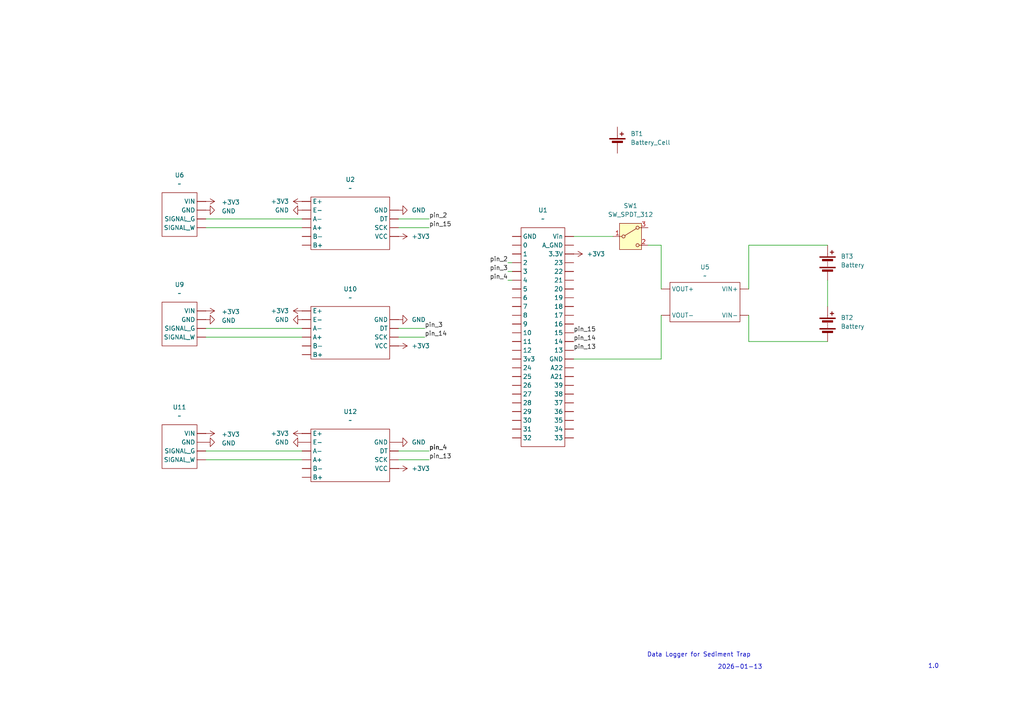
<source format=kicad_sch>
(kicad_sch (version 20250114) (generator "eeschema") (generator_version "9.0")
  (paper "A4")
  (lib_symbols
    (symbol "Device:Battery" (pin_numbers (hide yes)) (pin_names (offset 0) (hide yes))
      (property "Reference" "BT" (at 2.54 2.54 0))
      (property "Value" "Battery" (at 2.54 0 0))
      (symbol "Battery_0_1"
        (rectangle (start -2.286 1.778) (end 2.286 1.524) (fill (type outline)))
        (rectangle (start -2.286 -1.27) (end 2.286 -1.524) (fill (type outline)))
        (rectangle (start -1.524 1.016) (end 1.524 0.508) (fill (type outline)))
        (rectangle (start -1.524 -2.032) (end 1.524 -2.54) (fill (type outline)))
        (polyline (pts (xy 0 1.778) (xy 0 2.54)))
        (polyline (pts (xy 0 0) (xy 0 0.254)))
        (polyline (pts (xy 0 -0.508) (xy 0 -0.254)))
        (polyline (pts (xy 0 -1.016) (xy 0 -0.762)))
        (polyline (pts (xy 0.762 3.048) (xy 1.778 3.048)) (stroke (width 0.254)))
        (polyline (pts (xy 1.27 3.556) (xy 1.27 2.54)) (stroke (width 0.254)))
      )
      (symbol "Battery_1_1"
        (pin passive line (at 0 5.08 270) (length 2.54) (name "+") (number "1"))
        (pin passive line (at 0 -5.08 90) (length 2.54) (name "-") (number "2"))
      )
    )
    (symbol "Device:Battery_Cell" (pin_numbers (hide yes)) (pin_names (offset 0) (hide yes))
      (property "Reference" "BT" (at 2.54 2.54 0))
      (property "Value" "Battery_Cell" (at 2.54 0 0))
      (symbol "Battery_Cell_0_1"
        (rectangle (start -2.286 1.778) (end 2.286 1.524) (fill (type outline)))
        (rectangle (start -1.524 1.016) (end 1.524 0.508) (fill (type outline)))
        (polyline (pts (xy 0 1.778) (xy 0 2.54)))
        (polyline (pts (xy 0 0.762) (xy 0 0)))
        (polyline (pts (xy 0.762 3.048) (xy 1.778 3.048)) (stroke (width 0.254)))
        (polyline (pts (xy 1.27 3.556) (xy 1.27 2.54)) (stroke (width 0.254)))
      )
      (symbol "Battery_Cell_1_1"
        (pin passive line (at 0 5.08 270) (length 2.54) (name "+") (number "1"))
        (pin passive line (at 0 -2.54 90) (length 2.54) (name "-") (number "2"))
      )
    )
    (symbol "HX711_breakout_3"
      (property "Reference" "U" (at 0 0 0))
      (symbol "HX711_breakout_3_0_1"
        (rectangle (start -11.43 -1.27) (end 11.43 -16.51))
      )
      (symbol "HX711_breakout_3_1_1"
        (pin output line (at -13.97 -2.54 0) (length 2.54) (name "E+") (number ""))
        (pin output line (at -13.97 -5.08 0) (length 2.54) (name "E-") (number ""))
        (pin input line (at -13.97 -7.62 0) (length 2.54) (name "A-") (number ""))
        (pin input line (at -13.97 -10.16 0) (length 2.54) (name "A+") (number ""))
        (pin input line (at -13.97 -12.7 0) (length 2.54) (name "B-") (number ""))
        (pin input line (at -13.97 -15.24 0) (length 2.54) (name "B+") (number ""))
        (pin input line (at 13.97 -5.08 180) (length 2.54) (name "GND") (number ""))
        (pin output line (at 13.97 -7.62 180) (length 2.54) (name "DT") (number ""))
        (pin input line (at 13.97 -10.16 180) (length 2.54) (name "SCK") (number ""))
        (pin bidirectional line (at 13.97 -12.7 180) (length 2.54) (name "VCC") (number ""))
      )
    )
    (symbol "HX711_breakout_4"
      (property "Reference" "U" (at 0 0 0))
      (symbol "HX711_breakout_4_0_1"
        (rectangle (start -11.43 -1.27) (end 11.43 -16.51))
      )
      (symbol "HX711_breakout_4_1_1"
        (pin output line (at -13.97 -2.54 0) (length 2.54) (name "E+") (number ""))
        (pin output line (at -13.97 -5.08 0) (length 2.54) (name "E-") (number ""))
        (pin input line (at -13.97 -7.62 0) (length 2.54) (name "A-") (number ""))
        (pin input line (at -13.97 -10.16 0) (length 2.54) (name "A+") (number ""))
        (pin input line (at -13.97 -12.7 0) (length 2.54) (name "B-") (number ""))
        (pin input line (at -13.97 -15.24 0) (length 2.54) (name "B+") (number ""))
        (pin input line (at 13.97 -5.08 180) (length 2.54) (name "GND") (number ""))
        (pin output line (at 13.97 -7.62 180) (length 2.54) (name "DT") (number ""))
        (pin input line (at 13.97 -10.16 180) (length 2.54) (name "SCK") (number ""))
        (pin bidirectional line (at 13.97 -12.7 180) (length 2.54) (name "VCC") (number ""))
      )
    )
    (symbol "Switch:SW_SPDT_312" (pin_names (offset 1) (hide yes))
      (property "Reference" "SW" (at 0 5.08 0))
      (property "Value" "SW_SPDT_312" (at 0 -5.08 0))
      (symbol "SW_SPDT_312_0_1"
        (circle (center -2.032 0) (radius 0.4572))
        (polyline (pts (xy -1.651 0.254) (xy 1.651 2.286)))
        (circle (center 2.032 2.54) (radius 0.4572))
        (circle (center 2.032 -2.54) (radius 0.4572))
      )
      (symbol "SW_SPDT_312_1_1"
        (rectangle (start -3.175 3.81) (end 3.175 -3.81) (fill (type background)))
        (pin passive line (at -5.08 0 0) (length 2.54) (name "B") (number "1"))
        (pin passive line (at 5.08 2.54 180) (length 2.54) (name "A") (number "3"))
        (pin passive line (at 5.08 -2.54 180) (length 2.54) (name "C") (number "2"))
      )
    )
    (symbol "load_cell_hardy_3"
      (property "Reference" "U" (at 0 0 0))
      (symbol "load_cell_hardy_3_0_1"
        (rectangle (start -5.08 -1.27) (end 5.08 -13.97))
      )
      (symbol "load_cell_hardy_3_1_1"
        (pin input line (at 7.62 -3.81 180) (length 2.54) (name "VIN") (number ""))
        (pin input line (at 7.62 -6.35 180) (length 2.54) (name "GND") (number ""))
        (pin input line (at 7.62 -8.89 180) (length 2.54) (name "SIGNAL_G") (number ""))
        (pin input line (at 7.62 -11.43 180) (length 2.54) (name "SIGNAL_W") (number ""))
      )
    )
    (symbol "load_cell_hardy_4"
      (property "Reference" "U" (at 0 0 0))
      (symbol "load_cell_hardy_4_0_1"
        (rectangle (start -5.08 -1.27) (end 5.08 -13.97))
      )
      (symbol "load_cell_hardy_4_1_1"
        (pin input line (at 7.62 -3.81 180) (length 2.54) (name "VIN") (number ""))
        (pin input line (at 7.62 -6.35 180) (length 2.54) (name "GND") (number ""))
        (pin input line (at 7.62 -8.89 180) (length 2.54) (name "SIGNAL_G") (number ""))
        (pin input line (at 7.62 -11.43 180) (length 2.54) (name "SIGNAL_W") (number ""))
      )
    )
    (symbol "new_library:HX711_breakout"
      (property "Reference" "U" (at 0 0 0))
      (symbol "HX711_breakout_0_1"
        (rectangle (start -11.43 -1.27) (end 11.43 -16.51))
      )
      (symbol "HX711_breakout_1_1"
        (pin output line (at -13.97 -2.54 0) (length 2.54) (name "E+") (number ""))
        (pin output line (at -13.97 -5.08 0) (length 2.54) (name "E-") (number ""))
        (pin input line (at -13.97 -7.62 0) (length 2.54) (name "A-") (number ""))
        (pin input line (at -13.97 -10.16 0) (length 2.54) (name "A+") (number ""))
        (pin input line (at -13.97 -12.7 0) (length 2.54) (name "B-") (number ""))
        (pin input line (at -13.97 -15.24 0) (length 2.54) (name "B+") (number ""))
        (pin input line (at 13.97 -5.08 180) (length 2.54) (name "GND") (number ""))
        (pin output line (at 13.97 -7.62 180) (length 2.54) (name "DT") (number ""))
        (pin input line (at 13.97 -10.16 180) (length 2.54) (name "SCK") (number ""))
        (pin bidirectional line (at 13.97 -12.7 180) (length 2.54) (name "VCC") (number ""))
      )
    )
    (symbol "new_library:Teensy_35"
      (property "Reference" "U" (at 0 0 0))
      (symbol "Teensy_35_0_1"
        (rectangle (start -6.35 -3.81) (end 6.35 -67.31))
      )
      (symbol "Teensy_35_1_1"
        (pin input line (at -8.89 -6.35 0) (length 2.54) (name "GND") (number ""))
        (pin bidirectional line (at -8.89 -8.89 0) (length 2.54) (name "0") (number ""))
        (pin bidirectional line (at -8.89 -11.43 0) (length 2.54) (name "1") (number ""))
        (pin bidirectional line (at -8.89 -13.97 0) (length 2.54) (name "2") (number ""))
        (pin bidirectional line (at -8.89 -16.51 0) (length 2.54) (name "3") (number ""))
        (pin bidirectional line (at -8.89 -19.05 0) (length 2.54) (name "4") (number ""))
        (pin bidirectional line (at -8.89 -21.59 0) (length 2.54) (name "5") (number ""))
        (pin bidirectional line (at -8.89 -24.13 0) (length 2.54) (name "6") (number ""))
        (pin bidirectional line (at -8.89 -26.67 0) (length 2.54) (name "7") (number ""))
        (pin bidirectional line (at -8.89 -29.21 0) (length 2.54) (name "8") (number ""))
        (pin bidirectional line (at -8.89 -31.75 0) (length 2.54) (name "9") (number ""))
        (pin bidirectional line (at -8.89 -34.29 0) (length 2.54) (name "10") (number ""))
        (pin bidirectional line (at -8.89 -36.83 0) (length 2.54) (name "11") (number ""))
        (pin bidirectional line (at -8.89 -39.37 0) (length 2.54) (name "12") (number ""))
        (pin output line (at -8.89 -41.91 0) (length 2.54) (name "3v3") (number ""))
        (pin bidirectional line (at -8.89 -44.45 0) (length 2.54) (name "24") (number ""))
        (pin bidirectional line (at -8.89 -46.99 0) (length 2.54) (name "25") (number ""))
        (pin bidirectional line (at -8.89 -49.53 0) (length 2.54) (name "26") (number ""))
        (pin bidirectional line (at -8.89 -52.07 0) (length 2.54) (name "27") (number ""))
        (pin bidirectional line (at -8.89 -54.61 0) (length 2.54) (name "28") (number ""))
        (pin bidirectional line (at -8.89 -57.15 0) (length 2.54) (name "29") (number ""))
        (pin bidirectional line (at -8.89 -59.69 0) (length 2.54) (name "30") (number ""))
        (pin bidirectional line (at -8.89 -62.23 0) (length 2.54) (name "31") (number ""))
        (pin bidirectional line (at -8.89 -64.77 0) (length 2.54) (name "32") (number ""))
        (pin input line (at 8.89 -6.35 180) (length 2.54) (name "Vin") (number ""))
        (pin bidirectional line (at 8.89 -8.89 180) (length 2.54) (name "A_GND") (number ""))
        (pin bidirectional line (at 8.89 -11.43 180) (length 2.54) (name "3.3V") (number ""))
        (pin bidirectional line (at 8.89 -13.97 180) (length 2.54) (name "23") (number ""))
        (pin bidirectional line (at 8.89 -16.51 180) (length 2.54) (name "22") (number ""))
        (pin bidirectional line (at 8.89 -19.05 180) (length 2.54) (name "21") (number ""))
        (pin bidirectional line (at 8.89 -21.59 180) (length 2.54) (name "20") (number ""))
        (pin bidirectional line (at 8.89 -24.13 180) (length 2.54) (name "19") (number ""))
        (pin bidirectional line (at 8.89 -26.67 180) (length 2.54) (name "18") (number ""))
        (pin bidirectional line (at 8.89 -29.21 180) (length 2.54) (name "17") (number ""))
        (pin bidirectional line (at 8.89 -31.75 180) (length 2.54) (name "16") (number ""))
        (pin bidirectional line (at 8.89 -34.29 180) (length 2.54) (name "15") (number ""))
        (pin bidirectional line (at 8.89 -36.83 180) (length 2.54) (name "14") (number ""))
        (pin bidirectional line (at 8.89 -39.37 180) (length 2.54) (name "13") (number ""))
        (pin bidirectional line (at 8.89 -41.91 180) (length 2.54) (name "GND") (number ""))
        (pin bidirectional line (at 8.89 -44.45 180) (length 2.54) (name "A22") (number ""))
        (pin bidirectional line (at 8.89 -46.99 180) (length 2.54) (name "A21") (number ""))
        (pin bidirectional line (at 8.89 -49.53 180) (length 2.54) (name "39") (number ""))
        (pin bidirectional line (at 8.89 -52.07 180) (length 2.54) (name "38") (number ""))
        (pin bidirectional line (at 8.89 -54.61 180) (length 2.54) (name "37") (number ""))
        (pin bidirectional line (at 8.89 -57.15 180) (length 2.54) (name "36") (number ""))
        (pin bidirectional line (at 8.89 -59.69 180) (length 2.54) (name "35") (number ""))
        (pin bidirectional line (at 8.89 -62.23 180) (length 2.54) (name "34") (number ""))
        (pin bidirectional line (at 8.89 -64.77 180) (length 2.54) (name "33") (number ""))
      )
    )
    (symbol "new_library:generic_dcdc_boost"
      (property "Reference" "U" (at 0 0 0))
      (symbol "generic_dcdc_boost_0_1"
        (rectangle (start -10.16 -1.905) (end 10.16 -13.335))
      )
      (symbol "generic_dcdc_boost_1_1"
        (pin output line (at -12.7 -3.81 0) (length 2.54) (name "VOUT+") (number ""))
        (pin output line (at -12.7 -11.43 0) (length 2.54) (name "VOUT-") (number ""))
        (pin output line (at 12.7 -3.81 180) (length 2.54) (name "VIN+") (number ""))
        (pin output line (at 12.7 -11.43 180) (length 2.54) (name "VIN-") (number ""))
      )
    )
    (symbol "new_library:load_cell_hardy"
      (property "Reference" "U" (at 0 0 0))
      (symbol "load_cell_hardy_0_1"
        (rectangle (start -5.08 -1.27) (end 5.08 -13.97))
      )
      (symbol "load_cell_hardy_1_1"
        (pin input line (at 7.62 -3.81 180) (length 2.54) (name "VIN") (number ""))
        (pin input line (at 7.62 -6.35 180) (length 2.54) (name "GND") (number ""))
        (pin input line (at 7.62 -8.89 180) (length 2.54) (name "SIGNAL_G") (number ""))
        (pin input line (at 7.62 -11.43 180) (length 2.54) (name "SIGNAL_W") (number ""))
      )
    )
    (symbol "power:+3V3" (power) (pin_numbers (hide yes)) (pin_names (offset 0) (hide yes))
      (property "Value" "+3V3" (at 0 3.556 0))
      (symbol "+3V3_0_1"
        (polyline (pts (xy -0.762 1.27) (xy 0 2.54)))
        (polyline (pts (xy 0 2.54) (xy 0.762 1.27)))
        (polyline (pts (xy 0 0) (xy 0 2.54)))
      )
      (symbol "+3V3_1_1"
        (pin power_in line (at 0 0 90) (length 0) (name "~") (number "1"))
      )
    )
    (symbol "power:GND" (power) (pin_numbers (hide yes)) (pin_names (offset 0) (hide yes))
      (property "Value" "GND" (at 0 -3.81 0))
      (symbol "GND_0_1"
        (polyline (pts (xy 0 0) (xy 0 -1.27) (xy 1.27 -1.27) (xy 0 -2.54) (xy -1.27 -1.27) (xy 0 -1.27)))
      )
      (symbol "GND_1_1"
        (pin power_in line (at 0 0 270) (length 0) (name "~") (number "1"))
      )
    )
  )
  (text "Data Logger for Sediment Trap \n" (at 203.2 189.992 0) (effects (font (size 1.27 1.27))))
  (text "2026-01-13\n" (at 214.63 193.548 0) (effects (font (size 1.27 1.27))))
  (text "1.0\n" (at 270.764 193.294 0) (effects (font (size 1.27 1.27))))
  (wire (pts (xy 147.32 81.28) (xy 148.59 81.28)))
  (wire (pts (xy 240.03 71.12) (xy 217.17 71.12)))
  (wire (pts (xy 124.46 66.04) (xy 115.57 66.04)))
  (wire (pts (xy 124.46 133.35) (xy 115.57 133.35)))
  (wire (pts (xy 124.46 130.81) (xy 115.57 130.81)))
  (wire (pts (xy 147.32 78.74) (xy 148.59 78.74)))
  (wire (pts (xy 59.69 133.35) (xy 87.63 133.35)))
  (wire (pts (xy 217.17 71.12) (xy 217.17 83.82)))
  (wire (pts (xy 240.03 81.28) (xy 240.03 88.9)))
  (wire (pts (xy 124.46 63.5) (xy 115.57 63.5)))
  (wire (pts (xy 191.77 104.14) (xy 166.37 104.14)))
  (wire (pts (xy 123.19 97.79) (xy 115.57 97.79)))
  (wire (pts (xy 240.03 99.06) (xy 217.17 99.06)))
  (wire (pts (xy 59.69 130.81) (xy 87.63 130.81)))
  (wire (pts (xy 191.77 91.44) (xy 191.77 104.14)))
  (wire (pts (xy 59.69 95.25) (xy 87.63 95.25)))
  (wire (pts (xy 59.69 97.79) (xy 87.63 97.79)))
  (wire (pts (xy 166.37 68.58) (xy 177.8 68.58)))
  (wire (pts (xy 59.69 63.5) (xy 87.63 63.5)))
  (wire (pts (xy 123.19 95.25) (xy 115.57 95.25)))
  (wire (pts (xy 191.77 71.12) (xy 191.77 83.82)))
  (wire (pts (xy 59.69 66.04) (xy 87.63 66.04)))
  (wire (pts (xy 191.77 71.12) (xy 187.96 71.12)))
  (wire (pts (xy 147.32 76.2) (xy 148.59 76.2)))
  (wire (pts (xy 217.17 99.06) (xy 217.17 91.44)))
  (label "pin_13" (at 124.46 133.35 0))
  (label "pin_3" (at 123.19 95.25 0))
  (label "pin_4" (at 147.32 81.28 180))
  (label "pin_4" (at 124.46 130.81 0))
  (label "pin_2" (at 147.32 76.2 180))
  (label "pin_13" (at 166.37 101.6 0))
  (label "pin_15" (at 124.46 66.04 0))
  (label "pin_2" (at 124.46 63.5 0))
  (label "pin_3" (at 147.32 78.74 180))
  (label "pin_15" (at 166.37 96.52 0))
  (label "pin_14" (at 166.37 99.06 0))
  (label "pin_4" (at 124.46 130.81 0))
  (label "pin_14" (at 123.19 97.79 0))
  (symbol (lib_id "power:+3V3") (at 87.63 125.73 90) (unit 1)
    (property "Reference" "#PWR023" (effects (hide yes)))
    (property "Value" "+3V3" (at 83.82 125.7299 90) (effects (justify left)))
    (property "Description" "Power symbol creates a global label with name \"+3V3\"" (effects (hide yes)))
  )
  (symbol (lib_id "new_library:Teensy_35") (at 157.48 62.23 0) (unit 1)
    (property "Reference" "U1" (at 157.48 60.96 0))
    (property "Value" "~" (at 157.48 63.5 0))
  )
  (symbol (lib_id "power:GND") (at 59.69 60.96 90) (unit 1)
    (property "Reference" "#PWR014" (effects (hide yes)))
    (property "Value" "GND" (at 64.262 61.214 90) (effects (justify right)))
    (property "Description" "Power symbol creates a global label with name \"GND\" , ground" (effects (hide yes)))
  )
  (symbol (lib_id "new_library:HX711_breakout") (at 101.6 55.88 0) (unit 1)
    (property "Reference" "U2" (at 101.6 52.07 0))
    (property "Value" "~" (at 101.6 54.61 0))
  )
  (symbol (lib_id "new_library:load_cell_hardy") (at 52.07 54.61 0) (unit 1)
    (property "Reference" "U6" (at 52.07 50.8 0))
    (property "Value" "~" (at 52.07 53.34 0))
  )
  (symbol (lib_id "power:GND") (at 115.57 60.96 90) (unit 1)
    (property "Reference" "#PWR01" (effects (hide yes)))
    (property "Value" "GND" (at 119.38 60.9599 90) (effects (justify right)))
    (property "Description" "Power symbol creates a global label with name \"GND\" , ground" (effects (hide yes)))
  )
  (symbol (lib_id "power:GND") (at 59.69 128.27 90) (unit 1)
    (property "Reference" "#PWR022" (effects (hide yes)))
    (property "Value" "GND" (at 64.262 128.524 90) (effects (justify right)))
    (property "Description" "Power symbol creates a global label with name \"GND\" , ground" (effects (hide yes)))
  )
  (symbol (lib_id "power:GND") (at 115.57 128.27 90) (unit 1)
    (property "Reference" "#PWR025" (effects (hide yes)))
    (property "Value" "GND" (at 119.38 128.2699 90) (effects (justify right)))
    (property "Description" "Power symbol creates a global label with name \"GND\" , ground" (effects (hide yes)))
  )
  (symbol (lib_id "Device:Battery") (at 240.03 93.98 0) (unit 1)
    (property "Reference" "BT2" (at 243.84 92.1384 0) (effects (justify left)))
    (property "Value" "Battery" (at 243.84 94.6784 0) (effects (justify left)))
    (property "Description" "Multiple-cell battery" (effects (hide yes)))
  )
  (symbol (lib_id "power:+3V3") (at 87.63 58.42 90) (unit 1)
    (property "Reference" "#PWR04" (effects (hide yes)))
    (property "Value" "+3V3" (at 83.82 58.4199 90) (effects (justify left)))
    (property "Description" "Power symbol creates a global label with name \"+3V3\"" (effects (hide yes)))
  )
  (symbol (lib_id "power:GND") (at 87.63 92.71 270) (unit 1)
    (property "Reference" "#PWR018" (effects (hide yes)))
    (property "Value" "GND" (at 83.82 92.7099 90) (effects (justify right)))
    (property "Description" "Power symbol creates a global label with name \"GND\" , ground" (effects (hide yes)))
  )
  (symbol (lib_id "power:+3V3") (at 59.69 90.17 270) (unit 1)
    (property "Reference" "#PWR015" (effects (hide yes)))
    (property "Value" "+3V3" (at 64.262 90.424 90) (effects (justify left)))
    (property "Description" "Power symbol creates a global label with name \"+3V3\"" (effects (hide yes)))
  )
  (symbol (lib_id "power:GND") (at 59.69 92.71 90) (unit 1)
    (property "Reference" "#PWR016" (effects (hide yes)))
    (property "Value" "GND" (at 64.262 92.964 90) (effects (justify right)))
    (property "Description" "Power symbol creates a global label with name \"GND\" , ground" (effects (hide yes)))
  )
  (symbol (lib_name "HX711_breakout_4") (lib_id "new_library:HX711_breakout") (at 101.6 123.19 0) (unit 1)
    (property "Reference" "U12" (at 101.6 119.38 0))
    (property "Value" "~" (at 101.6 121.92 0))
  )
  (symbol (lib_id "power:+3V3") (at 166.37 73.66 270) (unit 1)
    (property "Reference" "#PWR02" (effects (hide yes)))
    (property "Value" "+3V3" (at 170.18 73.6599 90) (effects (justify left)))
    (property "Description" "Power symbol creates a global label with name \"+3V3\"" (effects (hide yes)))
  )
  (symbol (lib_id "power:+3V3") (at 115.57 100.33 270) (unit 1)
    (property "Reference" "#PWR020" (effects (hide yes)))
    (property "Value" "+3V3" (at 119.38 100.3299 90) (effects (justify left)))
    (property "Description" "Power symbol creates a global label with name \"+3V3\"" (effects (hide yes)))
  )
  (symbol (lib_id "new_library:generic_dcdc_boost") (at 204.47 80.01 0) (unit 1)
    (property "Reference" "U5" (at 204.47 77.47 0))
    (property "Value" "~" (at 204.47 80.01 0))
  )
  (symbol (lib_id "Device:Battery_Cell") (at 179.07 41.91 0) (unit 1)
    (property "Reference" "BT1" (at 182.88 38.7984 0) (effects (justify left)))
    (property "Value" "Battery_Cell" (at 182.88 41.3384 0) (effects (justify left)))
    (property "Description" "Single-cell battery" (effects (hide yes)))
  )
  (symbol (lib_id "power:+3V3") (at 115.57 68.58 270) (unit 1)
    (property "Reference" "#PWR010" (effects (hide yes)))
    (property "Value" "+3V3" (at 119.38 68.5799 90) (effects (justify left)))
    (property "Description" "Power symbol creates a global label with name \"+3V3\"" (effects (hide yes)))
  )
  (symbol (lib_id "power:+3V3") (at 115.57 135.89 270) (unit 1)
    (property "Reference" "#PWR026" (effects (hide yes)))
    (property "Value" "+3V3" (at 119.38 135.8899 90) (effects (justify left)))
    (property "Description" "Power symbol creates a global label with name \"+3V3\"" (effects (hide yes)))
  )
  (symbol (lib_name "HX711_breakout_3") (lib_id "new_library:HX711_breakout") (at 101.6 87.63 0) (unit 1)
    (property "Reference" "U10" (at 101.6 83.82 0))
    (property "Value" "~" (at 101.6 86.36 0))
  )
  (symbol (lib_id "power:+3V3") (at 59.69 125.73 270) (unit 1)
    (property "Reference" "#PWR021" (effects (hide yes)))
    (property "Value" "+3V3" (at 64.262 125.984 90) (effects (justify left)))
    (property "Description" "Power symbol creates a global label with name \"+3V3\"" (effects (hide yes)))
  )
  (symbol (lib_name "load_cell_hardy_4") (lib_id "new_library:load_cell_hardy") (at 52.07 121.92 0) (unit 1)
    (property "Reference" "U11" (at 52.07 118.11 0))
    (property "Value" "~" (at 52.07 120.65 0))
  )
  (symbol (lib_id "power:GND") (at 115.57 92.71 90) (unit 1)
    (property "Reference" "#PWR019" (effects (hide yes)))
    (property "Value" "GND" (at 119.38 92.7099 90) (effects (justify right)))
    (property "Description" "Power symbol creates a global label with name \"GND\" , ground" (effects (hide yes)))
  )
  (symbol (lib_id "power:+3V3") (at 87.63 90.17 90) (unit 1)
    (property "Reference" "#PWR017" (effects (hide yes)))
    (property "Value" "+3V3" (at 83.82 90.1699 90) (effects (justify left)))
    (property "Description" "Power symbol creates a global label with name \"+3V3\"" (effects (hide yes)))
  )
  (symbol (lib_name "load_cell_hardy_3") (lib_id "new_library:load_cell_hardy") (at 52.07 86.36 0) (unit 1)
    (property "Reference" "U9" (at 52.07 82.55 0))
    (property "Value" "~" (at 52.07 85.09 0))
  )
  (symbol (lib_id "Device:Battery") (at 240.03 76.2 0) (unit 1)
    (property "Reference" "BT3" (at 243.84 74.3584 0) (effects (justify left)))
    (property "Value" "Battery" (at 243.84 76.8984 0) (effects (justify left)))
    (property "Description" "Multiple-cell battery" (effects (hide yes)))
  )
  (symbol (lib_id "power:GND") (at 87.63 128.27 270) (unit 1)
    (property "Reference" "#PWR024" (effects (hide yes)))
    (property "Value" "GND" (at 83.82 128.2699 90) (effects (justify right)))
    (property "Description" "Power symbol creates a global label with name \"GND\" , ground" (effects (hide yes)))
  )
  (symbol (lib_id "Switch:SW_SPDT_312") (at 182.88 68.58 0) (unit 1)
    (property "Reference" "SW1" (at 182.88 59.69 0))
    (property "Value" "SW_SPDT_312" (at 182.88 62.23 0))
    (property "Description" "Switch, single pole double throw" (effects (hide yes)))
  )
  (symbol (lib_id "power:+3V3") (at 59.69 58.42 270) (unit 1)
    (property "Reference" "#PWR013" (effects (hide yes)))
    (property "Value" "+3V3" (at 64.262 58.674 90) (effects (justify left)))
    (property "Description" "Power symbol creates a global label with name \"+3V3\"" (effects (hide yes)))
  )
  (symbol (lib_id "power:GND") (at 87.63 60.96 270) (unit 1)
    (property "Reference" "#PWR07" (effects (hide yes)))
    (property "Value" "GND" (at 83.82 60.9599 90) (effects (justify right)))
    (property "Description" "Power symbol creates a global label with name \"GND\" , ground" (effects (hide yes)))
  )
)
</source>
